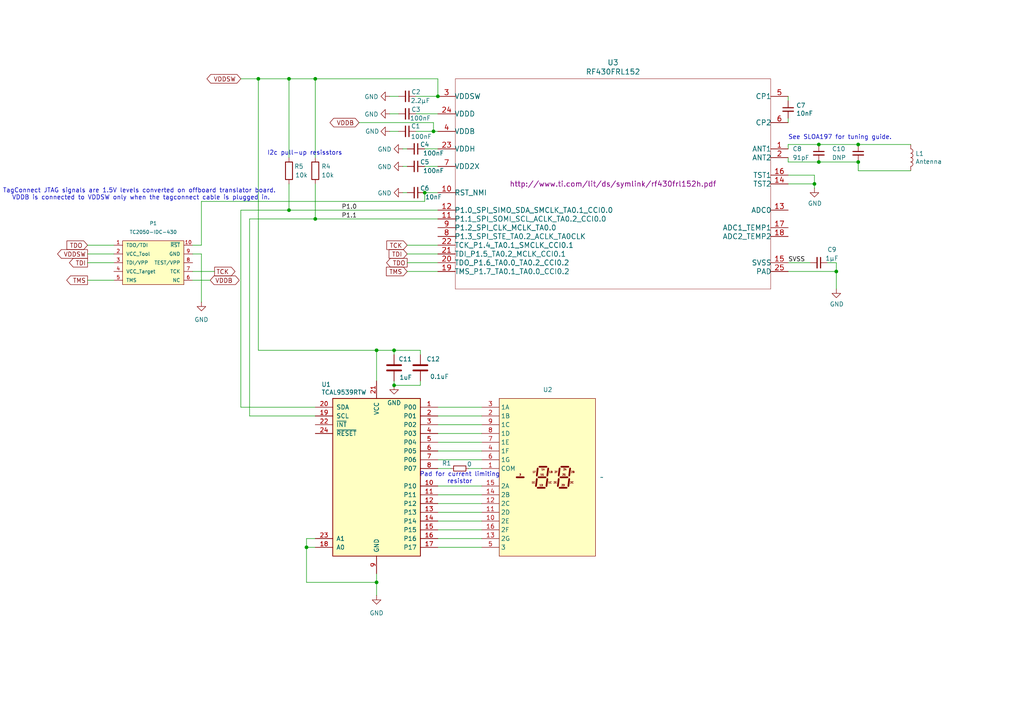
<source format=kicad_sch>
(kicad_sch (version 20231120) (generator "eeschema") (generator_version "8.0")
  (paper "A4")
  (title_block (title "TCG Counter") (rev "1") (company "groundst8"))
  (lib_symbols
    (symbol "Device:C" (pin_numbers hide) (pin_names (offset 0.254))
      (property "Reference" "C" (at 0.635 2.54 0))
      (property "Value" "C" (at 0.635 -2.54 0))
      (symbol "C_0_1"
        (polyline (pts (xy -2.032 -0.762) (xy 2.032 -0.762)) (stroke (width 0.508)))
        (polyline (pts (xy -2.032 0.762) (xy 2.032 0.762)) (stroke (width 0.508)))
      )
      (symbol "C_1_1"
        (pin passive line (at 0 3.81 270) (length 2.794) (name "~") (number "1"))
        (pin passive line (at 0 -3.81 90) (length 2.794) (name "~") (number "2"))
      )
    )
    (symbol "Device:C_Small" (pin_numbers hide) (pin_names (offset 0.254) hide)
      (property "Reference" "C" (at 0.254 1.778 0))
      (property "Value" "C_Small" (at 0.254 -2.032 0))
      (symbol "C_Small_0_1"
        (polyline (pts (xy -1.524 -0.508) (xy 1.524 -0.508)) (stroke (width 0.3302)))
        (polyline (pts (xy -1.524 0.508) (xy 1.524 0.508)) (stroke (width 0.3048)))
      )
      (symbol "C_Small_1_1"
        (pin passive line (at 0 2.54 270) (length 2.032) (name "~") (number "1"))
        (pin passive line (at 0 -2.54 90) (length 2.032) (name "~") (number "2"))
      )
    )
    (symbol "Device:L" (pin_numbers hide) (pin_names (offset 1.016) hide)
      (property "Reference" "L" (at -1.27 0 90))
      (property "Value" "L" (at 1.905 0 90))
      (symbol "L_0_1"
        (arc (start 0 -2.54) (mid 0.6323 -1.905) (end 0 -1.27))
        (arc (start 0 -1.27) (mid 0.6323 -0.635) (end 0 0))
        (arc (start 0 0) (mid 0.6323 0.635) (end 0 1.27))
        (arc (start 0 1.27) (mid 0.6323 1.905) (end 0 2.54))
      )
      (symbol "L_1_1"
        (pin passive line (at 0 3.81 270) (length 1.27) (name "1") (number "1"))
        (pin passive line (at 0 -3.81 90) (length 1.27) (name "2") (number "2"))
      )
    )
    (symbol "Device:R" (pin_numbers hide) (pin_names (offset 0))
      (property "Reference" "R" (at 2.032 0 90))
      (property "Value" "R" (at 0 0 90))
      (symbol "R_0_1"
        (rectangle (start -1.016 -2.54) (end 1.016 2.54) (stroke (width 0.254)))
      )
      (symbol "R_1_1"
        (pin passive line (at 0 3.81 270) (length 1.27) (name "~") (number "1"))
        (pin passive line (at 0 -3.81 90) (length 1.27) (name "~") (number "2"))
      )
    )
    (symbol "Device:R_Small" (pin_numbers hide) (pin_names (offset 0.254) hide)
      (property "Reference" "R" (at 0.762 0.508 0))
      (property "Value" "R_Small" (at 0.762 -1.016 0))
      (symbol "R_Small_0_1"
        (rectangle (start -0.762 1.778) (end 0.762 -1.778) (stroke (width 0.2032)))
      )
      (symbol "R_Small_1_1"
        (pin passive line (at 0 2.54 270) (length 0.762) (name "~") (number "1"))
        (pin passive line (at 0 -2.54 90) (length 0.762) (name "~") (number "2"))
      )
    )
    (symbol "Library:D0430G02V01"
      (property "Reference" "U" (at -13.462 11.43 0))
      (symbol "D0430G02V01_0_1"
        (polyline (pts (xy -8.89 -12.7) (xy -6.858 -12.7)) (stroke (width 0.508)))
        (polyline (pts (xy -4.064 -15.748) (xy -4.064 -15.748)) (stroke (width 0.508)))
        (polyline (pts (xy -3.048 -13.208) (xy -3.302 -15.24)) (stroke (width 0.508)))
        (polyline (pts (xy -2.794 -15.748) (xy -0.762 -15.748)) (stroke (width 0.508)))
        (polyline (pts (xy -2.794 -10.16) (xy -3.048 -12.192)) (stroke (width 0.508)))
        (polyline (pts (xy -2.54 -12.7) (xy -0.508 -12.7)) (stroke (width 0.508)))
        (polyline (pts (xy -2.286 -9.652) (xy -0.254 -9.652)) (stroke (width 0.508)))
        (polyline (pts (xy 0 -13.208) (xy -0.254 -15.24)) (stroke (width 0.508)))
        (polyline (pts (xy 0.254 -10.16) (xy 0 -12.192)) (stroke (width 0.508)))
        (polyline (pts (xy 1.016 -15.748) (xy 1.016 -15.748)) (stroke (width 0.508)))
        (polyline (pts (xy 3.302 -13.208) (xy 3.048 -15.24)) (stroke (width 0.508)))
        (polyline (pts (xy 3.556 -15.748) (xy 5.588 -15.748)) (stroke (width 0.508)))
        (polyline (pts (xy 3.556 -10.16) (xy 3.302 -12.192)) (stroke (width 0.508)))
        (polyline (pts (xy 3.81 -12.7) (xy 5.842 -12.7)) (stroke (width 0.508)))
        (polyline (pts (xy 4.064 -9.652) (xy 6.096 -9.652)) (stroke (width 0.508)))
        (polyline (pts (xy 6.35 -13.208) (xy 6.096 -15.24)) (stroke (width 0.508)))
        (polyline (pts (xy 6.604 -10.16) (xy 6.35 -12.192)) (stroke (width 0.508)))
        (polyline (pts (xy 7.366 -15.748) (xy 7.366 -15.748)) (stroke (width 0.508)))
      )
      (symbol "D0430G02V01_1_0"
        (text "1A" (at -1.27 -10.414 0) (effects (font (size 0.508 0.508))))
        (text "1B" (at 1.016 -11.176 0) (effects (font (size 0.508 0.508))))
        (text "1C" (at 0.762 -14.224 0) (effects (font (size 0.508 0.508))))
        (text "1D" (at -1.778 -14.986 0) (effects (font (size 0.508 0.508))))
        (text "1E" (at -4.064 -14.224 0) (effects (font (size 0.508 0.508))))
        (text "1F" (at -3.81 -11.176 0) (effects (font (size 0.508 0.508))))
        (text "1G" (at -1.524 -11.938 0) (effects (font (size 0.508 0.508))))
        (text "2A" (at 5.08 -10.414 0) (effects (font (size 0.508 0.508))))
        (text "2B" (at 7.366 -11.176 0) (effects (font (size 0.508 0.508))))
        (text "2C" (at 7.112 -14.224 0) (effects (font (size 0.508 0.508))))
        (text "2D" (at 4.572 -14.986 0) (effects (font (size 0.508 0.508))))
        (text "2E" (at 2.286 -14.224 0) (effects (font (size 0.508 0.508))))
        (text "2F" (at 2.54 -11.176 0) (effects (font (size 0.508 0.508))))
        (text "2G" (at 4.826 -11.938 0) (effects (font (size 0.508 0.508))))
        (text "3" (at -7.874 -11.938 0) (effects (font (size 0.508 0.508))))
      )
      (symbol "D0430G02V01_1_1"
        (rectangle (start -13.97 10.16) (end 13.97 -35.56) (fill (type background)))
        (pin input line (at -19.05 -10.16 0) (length 5.08) (name "COM") (number "1"))
        (pin input line (at -19.05 -25.4 0) (length 5.08) (name "2E") (number "10"))
        (pin input line (at -19.05 -22.86 0) (length 5.08) (name "2D") (number "11"))
        (pin input line (at -19.05 -20.32 0) (length 5.08) (name "2C") (number "12"))
        (pin input line (at -19.05 -30.48 0) (length 5.08) (name "2G") (number "13"))
        (pin input line (at -19.05 -17.78 0) (length 5.08) (name "2B") (number "14"))
        (pin input line (at -19.05 -15.24 0) (length 5.08) (name "2A") (number "15"))
        (pin input line (at -19.05 -27.94 0) (length 5.08) (name "2F") (number "16"))
        (pin input line (at -19.05 5.08 0) (length 5.08) (name "1B") (number "2"))
        (pin input line (at -19.05 7.62 0) (length 5.08) (name "1A") (number "3"))
        (pin input line (at -19.05 -5.08 0) (length 5.08) (name "1F") (number "4"))
        (pin input line (at -19.05 -33.02 0) (length 5.08) (name "3") (number "5"))
        (pin input line (at -19.05 -7.62 0) (length 5.08) (name "1G") (number "6"))
        (pin input line (at -19.05 -2.54 0) (length 5.08) (name "1E") (number "7"))
        (pin input line (at -19.05 0 0) (length 5.08) (name "1D") (number "8"))
        (pin input line (at -19.05 2.54 0) (length 5.08) (name "1C") (number "9"))
      )
    )
    (symbol "Library:TCAL9539RTW" (pin_names (offset 1.016))
      (property "Reference" "U" (at -11.43 24.13 0))
      (property "Value" "TCAL9539RTW" (at 0 0 0))
      (symbol "TCAL9539RTW_0_1"
        (rectangle (start -12.7 22.86) (end 12.7 -22.86) (stroke (width 0.254)) (fill (type background)))
      )
      (symbol "TCAL9539RTW_1_1"
        (pin bidirectional line (at 17.78 20.32 180) (length 5.08) (name "P00") (number "1"))
        (pin bidirectional line (at 17.78 -2.54 180) (length 5.08) (name "P10") (number "10"))
        (pin bidirectional line (at 17.78 -5.08 180) (length 5.08) (name "P11") (number "11"))
        (pin bidirectional line (at 17.78 -7.62 180) (length 5.08) (name "P12") (number "12"))
        (pin bidirectional line (at 17.78 -10.16 180) (length 5.08) (name "P13") (number "13"))
        (pin bidirectional line (at 17.78 -12.7 180) (length 5.08) (name "P14") (number "14"))
        (pin bidirectional line (at 17.78 -15.24 180) (length 5.08) (name "P15") (number "15"))
        (pin bidirectional line (at 17.78 -17.78 180) (length 5.08) (name "P16") (number "16"))
        (pin bidirectional line (at 17.78 -20.32 180) (length 5.08) (name "P17") (number "17"))
        (pin input line (at -17.78 -20.32 0) (length 5.08) (name "A0") (number "18"))
        (pin input line (at -17.78 17.78 0) (length 5.08) (name "SCL") (number "19"))
        (pin bidirectional line (at 17.78 17.78 180) (length 5.08) (name "P01") (number "2"))
        (pin bidirectional line (at -17.78 20.32 0) (length 5.08) (name "SDA") (number "20"))
        (pin power_in line (at 0 27.94 270) (length 5.08) (name "VCC") (number "21"))
        (pin output line (at -17.78 15.24 0) (length 5.08) (name "~{INT}") (number "22"))
        (pin input line (at -17.78 -17.78 0) (length 5.08) (name "A1") (number "23"))
        (pin input line (at -17.78 12.7 0) (length 5.08) (name "~{RESET}") (number "24"))
        (pin bidirectional line (at 17.78 15.24 180) (length 5.08) (name "P02") (number "3"))
        (pin bidirectional line (at 17.78 12.7 180) (length 5.08) (name "P03") (number "4"))
        (pin bidirectional line (at 17.78 10.16 180) (length 5.08) (name "P04") (number "5"))
        (pin bidirectional line (at 17.78 7.62 180) (length 5.08) (name "P05") (number "6"))
        (pin bidirectional line (at 17.78 5.08 180) (length 5.08) (name "P06") (number "7"))
        (pin bidirectional line (at 17.78 2.54 180) (length 5.08) (name "P07") (number "8"))
        (pin power_in line (at 0 -27.94 90) (length 5.08) (name "GND") (number "9"))
      )
    )
    (symbol "Tag-Connect:TC2050-IDC-430" (pin_names (offset 1.016))
      (property "Reference" "P" (at -1.27 -7.62 0))
      (property "Value" "TC2050-IDC-430" (at 0 7.62 0))
      (symbol "TC2050-IDC-430_0_1"
        (rectangle (start 8.89 6.35) (end -8.89 -6.35) (fill (type background)))
      )
      (symbol "TC2050-IDC-430_1_1"
        (pin passive line (at -11.43 5.08 0) (length 2.54) (name "TDO/TDI") (number "1"))
        (pin passive line (at 11.43 5.08 180) (length 2.54) (name "~{RST}") (number "10"))
        (pin passive line (at -11.43 2.54 0) (length 2.54) (name "VCC_Tool") (number "2"))
        (pin passive line (at -11.43 0 0) (length 2.54) (name "TDI/VPP") (number "3"))
        (pin passive line (at -11.43 -2.54 0) (length 2.54) (name "VCC_Target") (number "4"))
        (pin passive line (at -11.43 -5.08 0) (length 2.54) (name "TMS") (number "5"))
        (pin passive line (at 11.43 -5.08 180) (length 2.54) (name "NC") (number "6"))
        (pin passive line (at 11.43 -2.54 180) (length 2.54) (name "TCK") (number "7"))
        (pin passive line (at 11.43 0 180) (length 2.54) (name "TEST/VPP") (number "8"))
        (pin passive line (at 11.43 2.54 180) (length 2.54) (name "GND") (number "9"))
      )
    )
    (symbol "power:GND" (power) (pin_numbers hide) (pin_names (offset 0) hide)
      (property "Value" "GND" (at 0 -3.81 0))
      (symbol "GND_0_1"
        (polyline (pts (xy 0 0) (xy 0 -1.27) (xy 1.27 -1.27) (xy 0 -2.54) (xy -1.27 -1.27) (xy 0 -1.27)))
      )
      (symbol "GND_1_1"
        (pin power_in line (at 0 0 270) (length 0) (name "~") (number "1"))
      )
    )
    (symbol "symbols:RF430FRL152HRGE" (pin_names (offset -0.254))
      (property "Reference" "U" (at 0 2.54 0))
      (property "Value" "RF430FRL152HRGE" (at 0 0 0))
      (symbol "RF430FRL152HRGE_0_0"
        (polyline (pts (xy -45.72 -30.48) (xy 45.72 -30.48)) (stroke (width 0.1016)))
        (polyline (pts (xy -45.72 30.48) (xy -45.72 -30.48)) (stroke (width 0.1016)))
        (polyline (pts (xy 45.72 -30.48) (xy 45.72 30.48)) (stroke (width 0.1016)))
        (polyline (pts (xy 45.72 30.48) (xy -45.72 30.48)) (stroke (width 0.1016)))
      )
      (symbol "RF430FRL152HRGE_1_0"
        (pin bidirectional line (at 50.8 10.16 180) (length 5.08) (name "ANT1") (number "1"))
        (pin input line (at -50.8 -2.54 0) (length 5.08) (name "RST_NMI") (number "10"))
        (pin tri_state line (at -50.8 -10.16 0) (length 5.08) (name "P1.1_SPI_SOMI_SCL_ACLK_TA0.2_CCI0.0") (number "11"))
        (pin tri_state line (at -50.8 -7.62 0) (length 5.08) (name "P1.0_SPI_SIMO_SDA_SMCLK_TA0.1_CCI0.0") (number "12"))
        (pin input line (at 50.8 -7.62 180) (length 5.08) (name "ADC0") (number "13"))
        (pin input line (at 50.8 0 180) (length 5.08) (name "TST2") (number "14"))
        (pin power_in line (at 50.8 -22.86 180) (length 5.08) (name "SVSS") (number "15"))
        (pin input line (at 50.8 2.54 180) (length 5.08) (name "TST1") (number "16"))
        (pin input line (at 50.8 -12.7 180) (length 5.08) (name "ADC1_TEMP1") (number "17"))
        (pin input line (at 50.8 -15.24 180) (length 5.08) (name "ADC2_TEMP2") (number "18"))
        (pin tri_state line (at -50.8 -25.4 0) (length 5.08) (name "TMS_P1.7_TA0.1_TA0.0_CCI0.2") (number "19"))
        (pin bidirectional line (at 50.8 7.62 180) (length 5.08) (name "ANT2") (number "2"))
        (pin tri_state line (at -50.8 -22.86 0) (length 5.08) (name "TDO_P1.6_TA0.0_TA0.2_CCI0.2") (number "20"))
        (pin tri_state line (at -50.8 -20.32 0) (length 5.08) (name "TDI_P1.5_TA0.2_MCLK_CCI0.1") (number "21"))
        (pin tri_state line (at -50.8 -17.78 0) (length 5.08) (name "TCK_P1.4_TA0.1_SMCLK_CCI0.1") (number "22"))
        (pin power_out line (at -50.8 10.16 0) (length 5.08) (name "VDDH") (number "23"))
        (pin power_out line (at -50.8 20.32 0) (length 5.08) (name "VDDD") (number "24"))
        (pin power_in line (at 50.8 -25.4 180) (length 5.08) (name "PAD") (number "25"))
        (pin power_in line (at -50.8 25.4 0) (length 5.08) (name "VDDSW") (number "3"))
        (pin power_in line (at -50.8 15.24 0) (length 5.08) (name "VDDB") (number "4"))
        (pin power_out line (at 50.8 25.4 180) (length 5.08) (name "CP1") (number "5"))
        (pin power_out line (at 50.8 17.78 180) (length 5.08) (name "CP2") (number "6"))
        (pin power_out line (at -50.8 5.08 0) (length 5.08) (name "VDD2X") (number "7"))
        (pin tri_state line (at -50.8 -15.24 0) (length 5.08) (name "P1.3_SPI_STE_TA0.2_ACLK_TA0CLK") (number "8"))
        (pin tri_state line (at -50.8 -12.7 0) (length 5.08) (name "P1.2_SPI_CLK_MCLK_TA0.0") (number "9"))
      )
    )
  )
  (junction (at 109.22 101.6))
  (junction (at 74.93 22.86))
  (junction (at 91.44 22.86))
  (junction (at 242.57 78.74))
  (junction (at 83.82 22.86))
  (junction (at 125.73 38.1))
  (junction (at 109.22 168.91))
  (junction (at 127 27.94))
  (junction (at 114.3 101.6))
  (junction (at 123.19 55.88))
  (junction (at 237.49 46.99))
  (junction (at 248.92 46.99))
  (junction (at 237.49 41.91))
  (junction (at 114.3 111.76))
  (junction (at 91.44 63.5))
  (junction (at 88.9 158.75))
  (junction (at 236.22 53.34))
  (junction (at 83.82 60.96))
  (junction (at 248.92 41.91))
  (wire (pts (xy 127 156.21) (xy 139.7 156.21)))
  (wire (pts (xy 74.93 22.86) (xy 74.93 101.6)))
  (wire (pts (xy 123.19 58.42) (xy 58.42 58.42)))
  (wire (pts (xy 125.73 35.56) (xy 125.73 38.1)))
  (wire (pts (xy 127 33.02) (xy 120.65 33.02)))
  (wire (pts (xy 58.42 58.42) (xy 58.42 71.12)))
  (wire (pts (xy 113.03 38.1) (xy 115.57 38.1)))
  (wire (pts (xy 74.93 22.86) (xy 83.82 22.86)))
  (wire (pts (xy 118.11 43.18) (xy 116.84 43.18)))
  (wire (pts (xy 228.6 41.91) (xy 228.6 43.18)))
  (wire (pts (xy 248.92 49.53) (xy 248.92 46.99)))
  (wire (pts (xy 91.44 63.5) (xy 127 63.5)))
  (wire (pts (xy 55.88 81.28) (xy 60.96 81.28)))
  (wire (pts (xy 69.85 22.86) (xy 74.93 22.86)))
  (wire (pts (xy 127 135.89) (xy 130.81 135.89)))
  (wire (pts (xy 72.39 120.65) (xy 91.44 120.65)))
  (wire (pts (xy 127 151.13) (xy 139.7 151.13)))
  (wire (pts (xy 123.19 43.18) (xy 127 43.18)))
  (wire (pts (xy 88.9 168.91) (xy 109.22 168.91)))
  (wire (pts (xy 228.6 78.74) (xy 242.57 78.74)))
  (wire (pts (xy 91.44 22.86) (xy 127 22.86)))
  (wire (pts (xy 118.11 76.2) (xy 127 76.2)))
  (wire (pts (xy 228.6 53.34) (xy 236.22 53.34)))
  (wire (pts (xy 123.19 55.88) (xy 127 55.88)))
  (wire (pts (xy 127 118.11) (xy 139.7 118.11)))
  (wire (pts (xy 123.19 55.88) (xy 123.19 58.42)))
  (wire (pts (xy 74.93 101.6) (xy 109.22 101.6)))
  (wire (pts (xy 248.92 46.99) (xy 237.49 46.99)))
  (wire (pts (xy 127 48.26) (xy 123.19 48.26)))
  (wire (pts (xy 88.9 158.75) (xy 88.9 168.91)))
  (wire (pts (xy 118.11 71.12) (xy 127 71.12)))
  (wire (pts (xy 83.82 45.72) (xy 83.82 22.86)))
  (wire (pts (xy 127 148.59) (xy 139.7 148.59)))
  (wire (pts (xy 135.89 135.89) (xy 139.7 135.89)))
  (wire (pts (xy 127 143.51) (xy 139.7 143.51)))
  (wire (pts (xy 88.9 158.75) (xy 91.44 158.75)))
  (wire (pts (xy 91.44 53.34) (xy 91.44 63.5)))
  (wire (pts (xy 237.49 41.91) (xy 228.6 41.91)))
  (wire (pts (xy 25.4 76.2) (xy 33.02 76.2)))
  (wire (pts (xy 236.22 50.8) (xy 236.22 53.34)))
  (wire (pts (xy 127 128.27) (xy 139.7 128.27)))
  (wire (pts (xy 127 27.94) (xy 127 22.86)))
  (wire (pts (xy 118.11 55.88) (xy 116.84 55.88)))
  (wire (pts (xy 88.9 156.21) (xy 88.9 158.75)))
  (wire (pts (xy 69.85 118.11) (xy 91.44 118.11)))
  (wire (pts (xy 248.92 49.53) (xy 264.16 49.53)))
  (wire (pts (xy 114.3 110.49) (xy 114.3 111.76)))
  (wire (pts (xy 228.6 50.8) (xy 236.22 50.8)))
  (wire (pts (xy 127 133.35) (xy 139.7 133.35)))
  (wire (pts (xy 237.49 46.99) (xy 228.6 46.99)))
  (wire (pts (xy 121.92 101.6) (xy 121.92 102.87)))
  (wire (pts (xy 248.92 41.91) (xy 237.49 41.91)))
  (wire (pts (xy 242.57 83.82) (xy 242.57 78.74)))
  (wire (pts (xy 55.88 71.12) (xy 58.42 71.12)))
  (wire (pts (xy 109.22 101.6) (xy 109.22 110.49)))
  (wire (pts (xy 127 125.73) (xy 139.7 125.73)))
  (wire (pts (xy 228.6 29.21) (xy 228.6 27.94)))
  (wire (pts (xy 125.73 38.1) (xy 127 38.1)))
  (wire (pts (xy 242.57 76.2) (xy 240.03 76.2)))
  (wire (pts (xy 127 140.97) (xy 139.7 140.97)))
  (wire (pts (xy 120.65 38.1) (xy 125.73 38.1)))
  (wire (pts (xy 91.44 45.72) (xy 91.44 22.86)))
  (wire (pts (xy 121.92 111.76) (xy 121.92 110.49)))
  (wire (pts (xy 113.03 33.02) (xy 115.57 33.02)))
  (wire (pts (xy 83.82 60.96) (xy 127 60.96)))
  (wire (pts (xy 83.82 22.86) (xy 91.44 22.86)))
  (wire (pts (xy 127 146.05) (xy 139.7 146.05)))
  (wire (pts (xy 72.39 63.5) (xy 72.39 120.65)))
  (wire (pts (xy 25.4 81.28) (xy 33.02 81.28)))
  (wire (pts (xy 104.14 35.56) (xy 125.73 35.56)))
  (wire (pts (xy 127 153.67) (xy 139.7 153.67)))
  (wire (pts (xy 114.3 101.6) (xy 114.3 102.87)))
  (wire (pts (xy 127 130.81) (xy 139.7 130.81)))
  (wire (pts (xy 69.85 60.96) (xy 83.82 60.96)))
  (wire (pts (xy 109.22 168.91) (xy 109.22 172.72)))
  (wire (pts (xy 25.4 73.66) (xy 33.02 73.66)))
  (wire (pts (xy 127 120.65) (xy 139.7 120.65)))
  (wire (pts (xy 234.95 76.2) (xy 228.6 76.2)))
  (wire (pts (xy 242.57 78.74) (xy 242.57 76.2)))
  (wire (pts (xy 109.22 166.37) (xy 109.22 168.91)))
  (wire (pts (xy 118.11 78.74) (xy 127 78.74)))
  (wire (pts (xy 228.6 35.56) (xy 228.6 34.29)))
  (wire (pts (xy 91.44 156.21) (xy 88.9 156.21)))
  (wire (pts (xy 118.11 73.66) (xy 127 73.66)))
  (wire (pts (xy 55.88 78.74) (xy 62.23 78.74)))
  (wire (pts (xy 72.39 63.5) (xy 91.44 63.5)))
  (wire (pts (xy 109.22 101.6) (xy 114.3 101.6)))
  (wire (pts (xy 120.65 27.94) (xy 127 27.94)))
  (wire (pts (xy 25.4 71.12) (xy 33.02 71.12)))
  (wire (pts (xy 127 158.75) (xy 139.7 158.75)))
  (wire (pts (xy 114.3 111.76) (xy 121.92 111.76)))
  (wire (pts (xy 236.22 53.34) (xy 236.22 54.61)))
  (wire (pts (xy 69.85 60.96) (xy 69.85 118.11)))
  (wire (pts (xy 113.03 27.94) (xy 115.57 27.94)))
  (wire (pts (xy 248.92 41.91) (xy 264.16 41.91)))
  (wire (pts (xy 228.6 46.99) (xy 228.6 45.72)))
  (wire (pts (xy 127 123.19) (xy 139.7 123.19)))
  (wire (pts (xy 118.11 48.26) (xy 116.84 48.26)))
  (wire (pts (xy 114.3 101.6) (xy 121.92 101.6)))
  (wire (pts (xy 58.42 73.66) (xy 58.42 87.63)))
  (wire (pts (xy 83.82 53.34) (xy 83.82 60.96)))
  (wire (pts (xy 55.88 73.66) (xy 58.42 73.66)))
  (text "Pad for current limiting\nresistor" (at 133.35 138.684 0) (effects (font (size 1.27 1.27))))
  (text "I2c pull-up resisstors" (at 88.392 44.45 0) (effects (font (size 1.27 1.27))))
  (text "TagConnect JTAG signals are 1.5V levels converted on offboard translator board. \nVDDB is connected to VDDSW only when the tagconnect cable is plugged in." (at 40.894 56.388 0) (effects (font (size 1.27 1.27))))
  (text "See SLOA197 for tuning guide." (at 228.6 40.64 0) (effects (font (size 1.27 1.27)) (justify left bottom)))
  (label "P1.0" (at 99.06 60.96 0))
  (label "P1.1" (at 99.06 63.5 0))
  (label "SVSS" (at 228.6 76.2 0))
  (global_label "TMS" (shape input) (at 118.11 78.74 180) (property "Intersheetrefs" "${INTERSHEET_REFS}" (effects (hide yes))))
  (global_label "VDDB" (shape bidirectional) (at 60.96 81.28 0) (property "Intersheetrefs" "${INTERSHEET_REFS}" (effects (hide yes))))
  (global_label "TDI" (shape input) (at 118.11 73.66 180) (property "Intersheetrefs" "${INTERSHEET_REFS}" (effects (hide yes))))
  (global_label "TCK" (shape input) (at 118.11 71.12 180) (property "Intersheetrefs" "${INTERSHEET_REFS}" (effects (hide yes))))
  (global_label "TDO" (shape input) (at 25.4 71.12 180) (property "Intersheetrefs" "${INTERSHEET_REFS}" (effects (hide yes))))
  (global_label "TDO" (shape output) (at 118.11 76.2 180) (property "Intersheetrefs" "${INTERSHEET_REFS}" (effects (hide yes))))
  (global_label "VDDB" (shape bidirectional) (at 104.14 35.56 180) (property "Intersheetrefs" "${INTERSHEET_REFS}" (effects (hide yes))))
  (global_label "VDDSW" (shape output) (at 25.4 73.66 180) (property "Intersheetrefs" "${INTERSHEET_REFS}" (effects (hide yes))))
  (global_label "VDDSW" (shape bidirectional) (at 69.85 22.86 180) (property "Intersheetrefs" "${INTERSHEET_REFS}" (effects (hide yes))))
  (global_label "TMS" (shape output) (at 25.4 81.28 180) (property "Intersheetrefs" "${INTERSHEET_REFS}" (effects (hide yes))))
  (global_label "TDI" (shape output) (at 25.4 76.2 180) (property "Intersheetrefs" "${INTERSHEET_REFS}" (effects (hide yes))))
  (global_label "TCK" (shape output) (at 62.23 78.74 0) (property "Intersheetrefs" "${INTERSHEET_REFS}" (effects (hide yes))))
  (symbol (lib_id "power:GND") (at 113.03 27.94 270) (unit 1)
    (property "Reference" "#PWR05" (effects (hide yes)))
    (property "Value" "GND" (at 109.7788 28.067 90) (effects (justify right)))
  )
  (symbol (lib_id "Library:D0430G02V01") (at 158.75 125.73 0) (unit 1)
    (property "Reference" "U2" (at 157.48 113.03 0) (effects (justify left)))
    (property "Value" "~" (at 173.99 138.43 0) (effects (justify left)))
    (property "Footprint" "Library:D0430G02V01" (effects (hide yes)))
  )
  (symbol (lib_id "Device:C_Small") (at 120.65 48.26 270) (unit 1)
    (property "Reference" "C5" (at 123.19 46.99 90))
    (property "Value" "100nF" (at 125.73 49.53 90))
    (property "Footprint" "Capacitor_SMD:C_0402_1005Metric" (effects (hide yes)))
  )
  (symbol (lib_id "Device:C_Small") (at 237.49 44.45 0) (unit 1)
    (property "Reference" "C8" (at 229.87 43.18 0) (effects (justify left)))
    (property "Value" "91pF" (at 229.87 45.72 0) (effects (justify left)))
    (property "Footprint" "Capacitor_SMD:C_0402_1005Metric" (effects (hide yes)))
  )
  (symbol (lib_id "power:GND") (at 236.22 54.61 0) (unit 1)
    (property "Reference" "#PWR011" (effects (hide yes)))
    (property "Value" "GND" (at 236.347 59.0042 0))
  )
  (symbol (lib_id "Device:C") (at 121.92 106.68 0) (unit 1)
    (property "Reference" "C12" (at 123.698 104.14 0) (effects (justify left)))
    (property "Value" "0.1uF" (at 124.714 109.22 0) (effects (justify left)))
    (property "Footprint" "Capacitor_SMD:C_0402_1005Metric" (effects (hide yes)))
    (property "Description" "Unpolarized capacitor" (effects (hide yes)))
  )
  (symbol (lib_id "symbols:RF430FRL152HRGE") (at 177.8 53.34 0) (unit 1)
    (property "Reference" "U3" (at 177.8 18.1356 0) (effects (font (size 1.524 1.524))))
    (property "Value" "RF430FRL152" (at 177.8 20.828 0) (effects (font (size 1.524 1.524))))
    (property "Footprint" "footprints:RF430FRL152H" (effects (hide yes)))
    (property "Datasheet" "http://www.ti.com/lit/ds/symlink/rf430frl152h.pdf" (at 177.8 53.34 0) (effects (font (size 1.524 1.524))))
  )
  (symbol (lib_id "Device:C_Small") (at 237.49 76.2 270) (unit 1)
    (property "Reference" "C9" (at 241.3 72.39 90))
    (property "Value" "1µF" (at 241.3 74.93 90))
    (property "Footprint" "Capacitor_SMD:C_0402_1005Metric" (effects (hide yes)))
  )
  (symbol (lib_id "Library:TCAL9539RTW") (at 109.22 138.43 0) (unit 1)
    (property "Reference" "U1" (at 93.218 111.506 0) (effects (justify left)))
    (property "Value" "TCAL9539RTW" (at 93.218 113.792 0) (effects (justify left)))
    (property "Footprint" "TIFootprints:TI_RTW24_4x4mm_EP2.2mm" (effects (hide yes)))
    (property "Datasheet" "http://www.ti.com/lit/ds/symlink/tca9539.pdf" (effects (hide yes)))
    (property "Description" "16-bit I/O expander, I2C and SMBus interface, interrupts, w/o pull-ups, WQFN-24 package" (effects (hide yes)))
  )
  (symbol (lib_id "Device:R_Small") (at 133.35 135.89 90) (unit 1)
    (property "Reference" "R1" (at 129.54 134.366 90))
    (property "Value" "0" (at 136.144 134.62 90))
    (property "Footprint" "Resistor_SMD:R_0402_1005Metric" (effects (hide yes)))
    (property "Description" "Resistor, small symbol" (effects (hide yes)))
  )
  (symbol (lib_id "Tag-Connect:TC2050-IDC-430") (at 44.45 76.2 0) (unit 1)
    (property "Reference" "P1" (at 44.45 64.77 0) (effects (font (size 1.016 1.016))))
    (property "Value" "TC2050-IDC-430" (at 44.45 67.31 0) (effects (font (size 1.016 1.016))))
    (property "Footprint" "Connector:Tag-Connect_TC2050-IDC-NL_2x05_P1.27mm_Vertical_with_bottom_clip" (effects (hide yes)))
  )
  (symbol (lib_id "Device:C_Small") (at 120.65 55.88 270) (unit 1)
    (property "Reference" "C6" (at 123.19 54.61 90))
    (property "Value" "10nF" (at 125.73 57.15 90))
    (property "Footprint" "Capacitor_SMD:C_0402_1005Metric" (effects (hide yes)))
  )
  (symbol (lib_id "power:GND") (at 58.42 87.63 0) (unit 1)
    (property "Reference" "#PWR03" (effects (hide yes)))
    (property "Value" "GND" (at 58.42 92.71 0))
    (property "Description" "Power symbol creates a global label with name \"GND\" , ground" (effects (hide yes)))
  )
  (symbol (lib_id "power:GND") (at 116.84 48.26 270) (unit 1)
    (property "Reference" "#PWR08" (effects (hide yes)))
    (property "Value" "GND" (at 113.5888 48.387 90) (effects (justify right)))
  )
  (symbol (lib_id "Device:C_Small") (at 118.11 38.1 270) (unit 1)
    (property "Reference" "C1" (at 121.92 36.576 90) (effects (justify right)))
    (property "Value" "100nF" (at 125.222 39.624 90) (effects (justify right)))
    (property "Footprint" "Capacitor_SMD:C_0402_1005Metric" (effects (hide yes)))
  )
  (symbol (lib_id "Device:R") (at 91.44 49.53 0) (unit 1)
    (property "Reference" "R4" (at 93.218 48.26 0) (effects (justify left)))
    (property "Value" "10k" (at 93.218 50.8 0) (effects (justify left)))
    (property "Footprint" "Resistor_SMD:R_0402_1005Metric" (effects (hide yes)))
    (property "Description" "Resistor" (effects (hide yes)))
  )
  (symbol (lib_id "power:GND") (at 109.22 172.72 0) (unit 1)
    (property "Reference" "#PWR01" (effects (hide yes)))
    (property "Value" "GND" (at 109.22 177.8 0))
    (property "Description" "Power symbol creates a global label with name \"GND\" , ground" (effects (hide yes)))
  )
  (symbol (lib_id "power:GND") (at 116.84 55.88 270) (unit 1)
    (property "Reference" "#PWR09" (effects (hide yes)))
    (property "Value" "GND" (at 113.5888 56.007 90) (effects (justify right)))
  )
  (symbol (lib_id "Device:L") (at 264.16 45.72 0) (unit 1)
    (property "Reference" "L1" (at 265.5062 44.5516 0) (effects (justify left)))
    (property "Value" "Antenna" (at 265.5062 46.863 0) (effects (justify left)))
    (property "Footprint" "footprints:GW10ANT" (effects (hide yes)))
  )
  (symbol (lib_id "Device:C_Small") (at 118.11 27.94 270) (unit 1)
    (property "Reference" "C2" (at 120.65 26.67 90))
    (property "Value" "2.2µF" (at 121.92 29.21 90))
    (property "Footprint" "Capacitor_SMD:C_0402_1005Metric" (effects (hide yes)))
  )
  (symbol (lib_id "Device:C_Small") (at 248.92 44.45 0) (unit 1)
    (property "Reference" "C10" (at 241.3 43.18 0) (effects (justify left)))
    (property "Value" "DNP" (at 241.3 45.72 0) (effects (justify left)))
    (property "Footprint" "Capacitor_SMD:C_0402_1005Metric" (effects (hide yes)))
  )
  (symbol (lib_id "power:GND") (at 116.84 43.18 270) (unit 1)
    (property "Reference" "#PWR07" (effects (hide yes)))
    (property "Value" "GND" (at 113.5888 43.307 90) (effects (justify right)))
  )
  (symbol (lib_id "power:GND") (at 113.03 38.1 270) (unit 1)
    (property "Reference" "#PWR02" (effects (hide yes)))
    (property "Value" "GND" (at 107.95 38.1 90))
  )
  (symbol (lib_id "Device:R") (at 83.82 49.53 0) (unit 1)
    (property "Reference" "R5" (at 85.344 48.26 0) (effects (justify left)))
    (property "Value" "10k" (at 85.598 50.8 0) (effects (justify left)))
    (property "Footprint" "Resistor_SMD:R_0402_1005Metric" (effects (hide yes)))
    (property "Description" "Resistor" (effects (hide yes)))
  )
  (symbol (lib_id "power:GND") (at 113.03 33.02 270) (unit 1)
    (property "Reference" "#PWR06" (effects (hide yes)))
    (property "Value" "GND" (at 109.7788 33.147 90) (effects (justify right)))
  )
  (symbol (lib_id "Device:C") (at 114.3 106.68 0) (unit 1)
    (property "Reference" "C11" (at 115.57 104.14 0) (effects (justify left)))
    (property "Value" "1uF" (at 115.824 109.474 0) (effects (justify left)))
    (property "Footprint" "Capacitor_SMD:C_0402_1005Metric" (effects (hide yes)))
    (property "Description" "Unpolarized capacitor" (effects (hide yes)))
  )
  (symbol (lib_id "Device:C_Small") (at 120.65 43.18 270) (unit 1)
    (property "Reference" "C4" (at 123.19 41.91 90))
    (property "Value" "100nF" (at 125.73 44.45 90))
    (property "Footprint" "Capacitor_SMD:C_0402_1005Metric" (effects (hide yes)))
  )
  (symbol (lib_id "Device:C_Small") (at 118.11 33.02 270) (unit 1)
    (property "Reference" "C3" (at 120.65 31.75 90))
    (property "Value" "100nF" (at 121.92 34.29 90))
    (property "Footprint" "Capacitor_SMD:C_0402_1005Metric" (effects (hide yes)))
  )
  (symbol (lib_id "power:GND") (at 242.57 83.82 0) (unit 1)
    (property "Reference" "#PWR012" (effects (hide yes)))
    (property "Value" "GND" (at 242.697 88.2142 0))
  )
  (symbol (lib_id "Device:C_Small") (at 228.6 31.75 0) (unit 1)
    (property "Reference" "C7" (at 230.9368 30.5816 0) (effects (justify left)))
    (property "Value" "10nF" (at 230.9368 32.893 0) (effects (justify left)))
    (property "Footprint" "Capacitor_SMD:C_0402_1005Metric" (effects (hide yes)))
  )
  (symbol (lib_id "power:GND") (at 114.3 111.76 0) (unit 1)
    (property "Reference" "#PWR04" (effects (hide yes)))
    (property "Value" "GND" (at 114.3 116.84 0))
    (property "Description" "Power symbol creates a global label with name \"GND\" , ground" (effects (hide yes)))
  )
)
</source>
